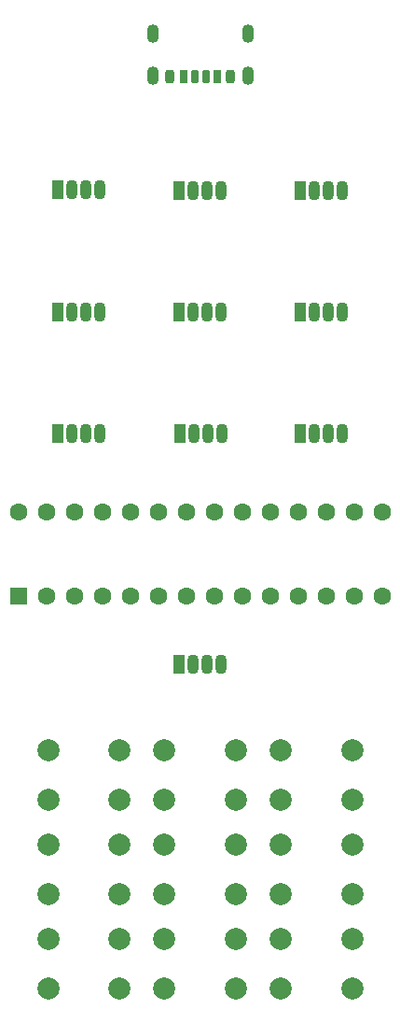
<source format=gbr>
%TF.GenerationSoftware,KiCad,Pcbnew,9.0.6*%
%TF.CreationDate,2025-12-09T19:02:22+01:00*%
%TF.ProjectId,tictactoe,74696374-6163-4746-9f65-2e6b69636164,rev?*%
%TF.SameCoordinates,Original*%
%TF.FileFunction,Soldermask,Top*%
%TF.FilePolarity,Negative*%
%FSLAX46Y46*%
G04 Gerber Fmt 4.6, Leading zero omitted, Abs format (unit mm)*
G04 Created by KiCad (PCBNEW 9.0.6) date 2025-12-09 19:02:22*
%MOMM*%
%LPD*%
G01*
G04 APERTURE LIST*
G04 Aperture macros list*
%AMRoundRect*
0 Rectangle with rounded corners*
0 $1 Rounding radius*
0 $2 $3 $4 $5 $6 $7 $8 $9 X,Y pos of 4 corners*
0 Add a 4 corners polygon primitive as box body*
4,1,4,$2,$3,$4,$5,$6,$7,$8,$9,$2,$3,0*
0 Add four circle primitives for the rounded corners*
1,1,$1+$1,$2,$3*
1,1,$1+$1,$4,$5*
1,1,$1+$1,$6,$7*
1,1,$1+$1,$8,$9*
0 Add four rect primitives between the rounded corners*
20,1,$1+$1,$2,$3,$4,$5,0*
20,1,$1+$1,$4,$5,$6,$7,0*
20,1,$1+$1,$6,$7,$8,$9,0*
20,1,$1+$1,$8,$9,$2,$3,0*%
G04 Aperture macros list end*
%ADD10O,1.070000X1.800000*%
%ADD11R,1.070000X1.800000*%
%ADD12O,1.100000X1.700000*%
%ADD13RoundRect,0.200000X0.200000X0.400000X-0.200000X0.400000X-0.200000X-0.400000X0.200000X-0.400000X0*%
%ADD14RoundRect,0.190000X0.190000X0.410000X-0.190000X0.410000X-0.190000X-0.410000X0.190000X-0.410000X0*%
%ADD15RoundRect,0.175000X-0.175000X-0.425000X0.175000X-0.425000X0.175000X0.425000X-0.175000X0.425000X0*%
%ADD16RoundRect,0.200000X-0.200000X-0.400000X0.200000X-0.400000X0.200000X0.400000X-0.200000X0.400000X0*%
%ADD17RoundRect,0.190000X-0.190000X-0.410000X0.190000X-0.410000X0.190000X0.410000X-0.190000X0.410000X0*%
%ADD18RoundRect,0.175000X0.175000X0.425000X-0.175000X0.425000X-0.175000X-0.425000X0.175000X-0.425000X0*%
%ADD19RoundRect,0.250000X0.550000X-0.550000X0.550000X0.550000X-0.550000X0.550000X-0.550000X-0.550000X0*%
%ADD20C,1.600000*%
%ADD21C,2.000000*%
G04 APERTURE END LIST*
D10*
%TO.C,D7*%
X139385000Y-71585000D03*
X138115000Y-71585000D03*
X136845000Y-71585000D03*
D11*
X135575000Y-71585000D03*
%TD*%
D10*
%TO.C,D8*%
X150425000Y-71585000D03*
X149155000Y-71585000D03*
X147885000Y-71585000D03*
D11*
X146615000Y-71585000D03*
%TD*%
D10*
%TO.C,D9*%
X161405000Y-71585000D03*
X160135000Y-71585000D03*
X158865000Y-71585000D03*
D11*
X157595000Y-71585000D03*
%TD*%
D10*
%TO.C,D4*%
X161390000Y-60585000D03*
X160120000Y-60585000D03*
X158850000Y-60585000D03*
D11*
X157580000Y-60585000D03*
%TD*%
D10*
%TO.C,D2*%
X150385000Y-49585000D03*
X149115000Y-49585000D03*
X147845000Y-49585000D03*
D11*
X146575000Y-49585000D03*
%TD*%
D10*
%TO.C,D5*%
X150385000Y-60585000D03*
X149115000Y-60585000D03*
X147845000Y-60585000D03*
D11*
X146575000Y-60585000D03*
%TD*%
D10*
%TO.C,D3*%
X161385000Y-49585000D03*
X160115000Y-49585000D03*
X158845000Y-49585000D03*
D11*
X157575000Y-49585000D03*
%TD*%
D10*
%TO.C,D6*%
X139385000Y-60585000D03*
X138115000Y-60585000D03*
X136845000Y-60585000D03*
D11*
X135575000Y-60585000D03*
%TD*%
D12*
%TO.C,J1*%
X144170000Y-35400000D03*
X144170000Y-39200000D03*
X152810000Y-35400000D03*
X152810000Y-39200000D03*
D13*
X151240000Y-39280000D03*
D14*
X150010000Y-39280000D03*
D15*
X147990000Y-39280000D03*
D16*
X145740000Y-39280000D03*
D17*
X146970000Y-39280000D03*
D18*
X148990000Y-39280000D03*
%TD*%
D11*
%TO.C,D1*%
X135585000Y-49550000D03*
D10*
X136855000Y-49550000D03*
X138125000Y-49550000D03*
X139395000Y-49550000D03*
%TD*%
D19*
%TO.C,U1*%
X131980000Y-86355000D03*
D20*
X134520000Y-86355000D03*
X137060000Y-86355000D03*
X139600000Y-86355000D03*
X142140000Y-86355000D03*
X144680000Y-86355000D03*
X147220000Y-86355000D03*
X149760000Y-86355000D03*
X152300000Y-86355000D03*
X154840000Y-86355000D03*
X157380000Y-86355000D03*
X159920000Y-86355000D03*
X162460000Y-86355000D03*
X165000000Y-86355000D03*
X165000000Y-78735000D03*
X162460000Y-78735000D03*
X159920000Y-78735000D03*
X157380000Y-78735000D03*
X154840000Y-78735000D03*
X152300000Y-78735000D03*
X149760000Y-78735000D03*
X147220000Y-78735000D03*
X144680000Y-78735000D03*
X142140000Y-78735000D03*
X139600000Y-78735000D03*
X137060000Y-78735000D03*
X134520000Y-78735000D03*
X131980000Y-78735000D03*
%TD*%
D21*
%TO.C,SW9*%
X155790000Y-117415564D03*
X162290000Y-117415564D03*
X155790000Y-121915564D03*
X162290000Y-121915564D03*
%TD*%
%TO.C,SW8*%
X155790000Y-108865564D03*
X162290000Y-108865564D03*
X155790000Y-113365564D03*
X162290000Y-113365564D03*
%TD*%
%TO.C,SW7*%
X155790000Y-100315564D03*
X162290000Y-100315564D03*
X155790000Y-104815564D03*
X162290000Y-104815564D03*
%TD*%
%TO.C,SW6*%
X145240000Y-117415564D03*
X151740000Y-117415564D03*
X145240000Y-121915564D03*
X151740000Y-121915564D03*
%TD*%
%TO.C,SW5*%
X145240000Y-108865564D03*
X151740000Y-108865564D03*
X145240000Y-113365564D03*
X151740000Y-113365564D03*
%TD*%
%TO.C,SW4*%
X145240000Y-100315564D03*
X151740000Y-100315564D03*
X145240000Y-104815564D03*
X151740000Y-104815564D03*
%TD*%
%TO.C,SW3*%
X134690000Y-117415564D03*
X141190000Y-117415564D03*
X134690000Y-121915564D03*
X141190000Y-121915564D03*
%TD*%
%TO.C,SW2*%
X134690000Y-108865564D03*
X141190000Y-108865564D03*
X134690000Y-113365564D03*
X141190000Y-113365564D03*
%TD*%
%TO.C,SW1*%
X134690000Y-100315564D03*
X141190000Y-100315564D03*
X134690000Y-104815564D03*
X141190000Y-104815564D03*
%TD*%
D11*
%TO.C,D10*%
X146585000Y-92550000D03*
D10*
X147855000Y-92550000D03*
X149125000Y-92550000D03*
X150395000Y-92550000D03*
%TD*%
M02*

</source>
